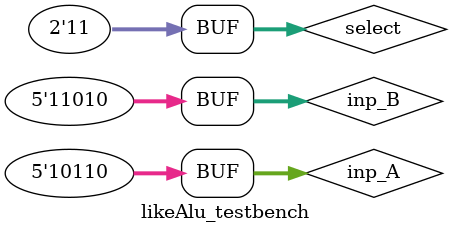
<source format=v>
`define DELAY 20
module likeAlu_testbench();

reg [4:0]inp_A,inp_B;
reg [1:0]select;
wire [4:0]out;

likeALU test(out,inp_A,inp_B,select);

initial begin
#`DELAY
select[1] = 1'b0; select[0] = 1'b0;  
inp_A[4] = 1'b1;  inp_A[3] = 1'b0;  inp_A[2] = 1'b1;  inp_A[1] = 1'b1;  inp_A[0] = 1'b0;	//10110
inp_B[4] = 1'b1;  inp_B[3] = 1'b1;  inp_B[2] = 1'b0;  inp_B[1] = 1'b1;  inp_B[0] = 1'b0;	//11010
#`DELAY
select[1] = 1'b0; select[0] = 1'b1;  
#`DELAY
select[1] = 1'b1; select[0] = 1'b0;  
#`DELAY
select[1] = 1'b1; select[0] = 1'b1;  
end
initial
begin

$monitor ("inp_A = %d%d%d%d%d inp_B = %d%d%d%d%d  select = %d%d  out = %d%d%d%d%d",inp_A[4],inp_A[3],inp_A[2],inp_A[1],inp_A[0],
																					  inp_B[4],inp_B[3],inp_B[2],inp_B[1],inp_B[0],
																						select[1],select[0],
																						out[4],out[3],out[2],out[1],out[0]);


end




endmodule
</source>
